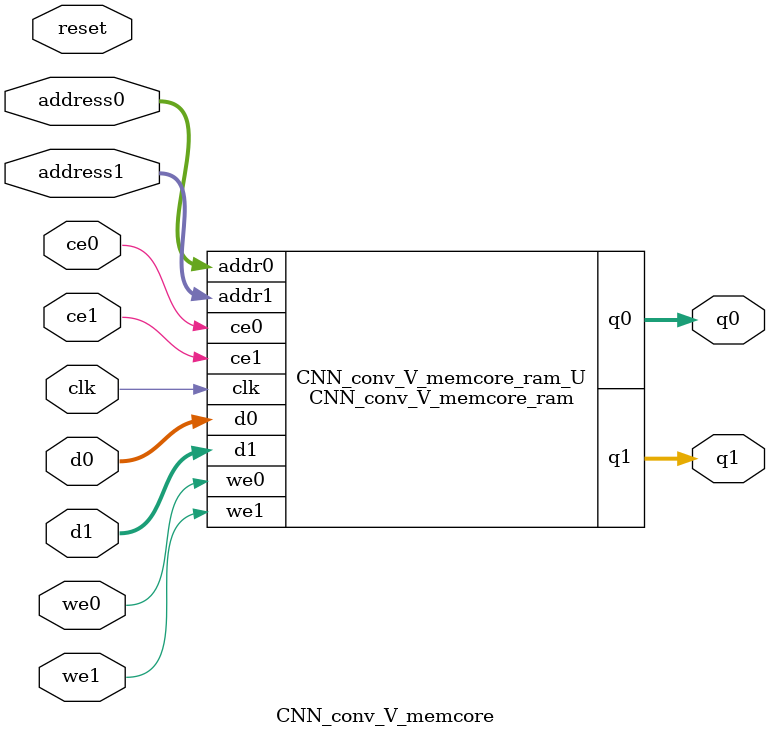
<source format=v>

`timescale 1 ns / 1 ps
module CNN_conv_V_memcore_ram (addr0, ce0, d0, we0, q0, addr1, ce1, d1, we1, q1,  clk);

parameter DWIDTH = 25;
parameter AWIDTH = 11;
parameter MEM_SIZE = 1568;

input[AWIDTH-1:0] addr0;
input ce0;
input[DWIDTH-1:0] d0;
input we0;
output reg[DWIDTH-1:0] q0;
input[AWIDTH-1:0] addr1;
input ce1;
input[DWIDTH-1:0] d1;
input we1;
output reg[DWIDTH-1:0] q1;
input clk;

(* ram_style = "block" *)reg [DWIDTH-1:0] ram[0:MEM_SIZE-1];




always @(posedge clk)  
begin 
    if (ce0) 
    begin
        if (we0) 
        begin 
            ram[addr0] <= d0; 
            q0 <= d0;
        end 
        else 
            q0 <= ram[addr0];
    end
end


always @(posedge clk)  
begin 
    if (ce1) 
    begin
        if (we1) 
        begin 
            ram[addr1] <= d1; 
            q1 <= d1;
        end 
        else 
            q1 <= ram[addr1];
    end
end


endmodule


`timescale 1 ns / 1 ps
module CNN_conv_V_memcore(
    reset,
    clk,
    address0,
    ce0,
    we0,
    d0,
    q0,
    address1,
    ce1,
    we1,
    d1,
    q1);

parameter DataWidth = 32'd25;
parameter AddressRange = 32'd1568;
parameter AddressWidth = 32'd11;
input reset;
input clk;
input[AddressWidth - 1:0] address0;
input ce0;
input we0;
input[DataWidth - 1:0] d0;
output[DataWidth - 1:0] q0;
input[AddressWidth - 1:0] address1;
input ce1;
input we1;
input[DataWidth - 1:0] d1;
output[DataWidth - 1:0] q1;



CNN_conv_V_memcore_ram CNN_conv_V_memcore_ram_U(
    .clk( clk ),
    .addr0( address0 ),
    .ce0( ce0 ),
    .we0( we0 ),
    .d0( d0 ),
    .q0( q0 ),
    .addr1( address1 ),
    .ce1( ce1 ),
    .we1( we1 ),
    .d1( d1 ),
    .q1( q1 ));

endmodule


</source>
